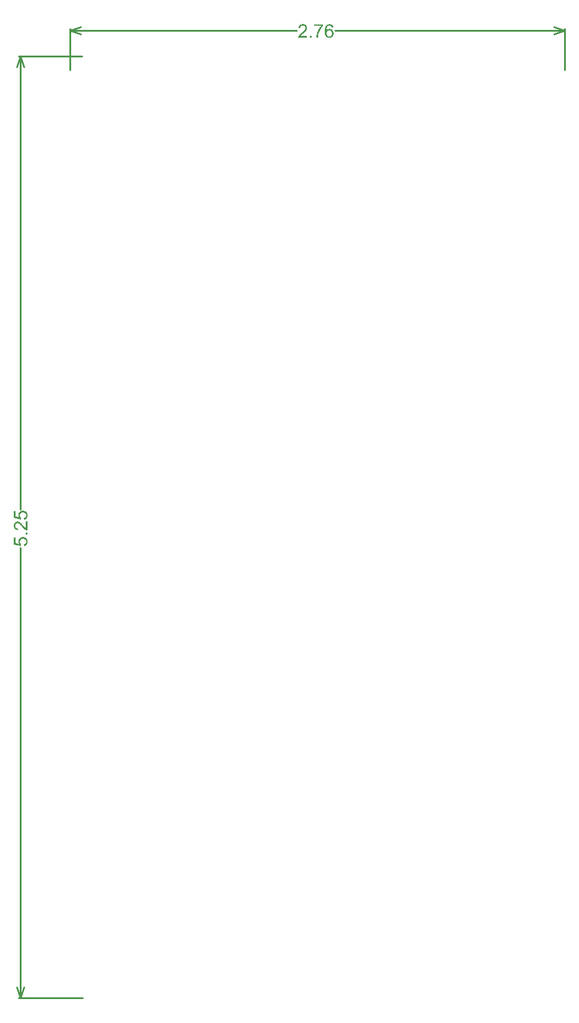
<source format=gbr>
%TF.GenerationSoftware,Altium Limited,Altium Designer,19.1.6 (110)*%
G04 Layer_Color=8388736*
%FSLAX26Y26*%
%MOIN*%
%TF.FileFunction,Other,M2-Board_Dimensions*%
%TF.Part,Single*%
G01*
G75*
%TA.AperFunction,NonConductor*%
%ADD79C,0.010000*%
G36*
X-261288Y2715335D02*
X-260389Y2715223D01*
X-259378Y2715110D01*
X-258141Y2714998D01*
X-256905Y2714661D01*
X-254095Y2713986D01*
X-251172Y2712862D01*
X-249599Y2712188D01*
X-248138Y2711401D01*
X-246676Y2710502D01*
X-245215Y2709378D01*
X-245103Y2709265D01*
X-244878Y2709041D01*
X-244428Y2708591D01*
X-243754Y2708029D01*
X-243080Y2707355D01*
X-242293Y2706456D01*
X-241506Y2705444D01*
X-240719Y2704207D01*
X-239820Y2702859D01*
X-239033Y2701398D01*
X-238246Y2699711D01*
X-237572Y2698026D01*
X-237010Y2696115D01*
X-236560Y2694091D01*
X-236223Y2691843D01*
X-236111Y2689595D01*
Y2688584D01*
X-236223Y2687910D01*
X-236336Y2687010D01*
X-236448Y2685999D01*
X-236560Y2684875D01*
X-236785Y2683638D01*
X-237460Y2680941D01*
X-238584Y2678131D01*
X-239146Y2676669D01*
X-239932Y2675321D01*
X-240832Y2673972D01*
X-241843Y2672735D01*
X-241956Y2672623D01*
X-242068Y2672511D01*
X-242405Y2672173D01*
X-242855Y2671724D01*
X-243417Y2671162D01*
X-244204Y2670600D01*
X-244990Y2670038D01*
X-245890Y2669363D01*
X-247014Y2668689D01*
X-248138Y2668015D01*
X-250723Y2666891D01*
X-253758Y2665879D01*
X-255444Y2665542D01*
X-257242Y2665317D01*
X-257916Y2675096D01*
X-257804D01*
X-257579D01*
X-257242Y2675208D01*
X-256792Y2675321D01*
X-255444Y2675658D01*
X-253982Y2676108D01*
X-252184Y2676782D01*
X-250386Y2677569D01*
X-248700Y2678693D01*
X-247238Y2680041D01*
X-247126Y2680266D01*
X-246676Y2680716D01*
X-246114Y2681615D01*
X-245552Y2682739D01*
X-244878Y2684088D01*
X-244316Y2685774D01*
X-243866Y2687572D01*
X-243754Y2689595D01*
Y2690270D01*
X-243866Y2690720D01*
X-243979Y2691956D01*
X-244428Y2693530D01*
X-244990Y2695328D01*
X-245890Y2697239D01*
X-247126Y2699149D01*
X-247913Y2700049D01*
X-248812Y2700948D01*
X-248924D01*
X-249037Y2701173D01*
X-249374Y2701398D01*
X-249711Y2701622D01*
X-250835Y2702409D01*
X-252409Y2703308D01*
X-254320Y2704095D01*
X-256568Y2704882D01*
X-259265Y2705331D01*
X-262188Y2705556D01*
X-262300D01*
X-262525D01*
X-262974D01*
X-263536Y2705444D01*
X-264211D01*
X-264998Y2705331D01*
X-266796Y2704994D01*
X-268819Y2704432D01*
X-270842Y2703646D01*
X-272866Y2702521D01*
X-274776Y2701060D01*
X-275001Y2700836D01*
X-275451Y2700273D01*
X-276238Y2699262D01*
X-277137Y2697913D01*
X-277924Y2696340D01*
X-278710Y2694316D01*
X-279160Y2691956D01*
X-279385Y2689371D01*
Y2688584D01*
X-279272Y2687797D01*
X-279160Y2686673D01*
X-278823Y2685437D01*
X-278486Y2684088D01*
X-277924Y2682627D01*
X-277249Y2681278D01*
X-277137Y2681166D01*
X-276912Y2680716D01*
X-276350Y2680041D01*
X-275788Y2679255D01*
X-275001Y2678356D01*
X-274102Y2677456D01*
X-272978Y2676557D01*
X-271854Y2675770D01*
X-273090Y2667003D01*
X-311981Y2674309D01*
Y2711851D01*
X-303101D01*
Y2681727D01*
X-282757Y2677681D01*
X-282869Y2677794D01*
X-282982Y2678018D01*
X-283206Y2678356D01*
X-283544Y2678805D01*
X-283881Y2679479D01*
X-284330Y2680154D01*
X-285230Y2681952D01*
X-286016Y2684088D01*
X-286803Y2686561D01*
X-287365Y2689146D01*
X-287590Y2690495D01*
Y2692855D01*
X-287478Y2693530D01*
X-287365Y2694316D01*
X-287253Y2695328D01*
X-287028Y2696452D01*
X-286691Y2697688D01*
X-285904Y2700273D01*
X-285342Y2701622D01*
X-284668Y2703084D01*
X-283881Y2704545D01*
X-282869Y2705894D01*
X-281858Y2707242D01*
X-280621Y2708591D01*
X-280509Y2708704D01*
X-280284Y2708928D01*
X-279947Y2709265D01*
X-279385Y2709715D01*
X-278710Y2710165D01*
X-277924Y2710727D01*
X-276912Y2711401D01*
X-275900Y2712075D01*
X-274664Y2712637D01*
X-273315Y2713312D01*
X-271854Y2713874D01*
X-270280Y2714436D01*
X-268594Y2714773D01*
X-266796Y2715110D01*
X-264998Y2715335D01*
X-262974Y2715448D01*
X-262862D01*
X-262525D01*
X-261963D01*
X-261288Y2715335D01*
D02*
G37*
G36*
X-237347Y2605296D02*
X-237460D01*
X-237909D01*
X-238584D01*
X-239370Y2605408D01*
X-240382Y2605520D01*
X-241394Y2605633D01*
X-242630Y2605970D01*
X-243754Y2606307D01*
X-243866D01*
X-243979Y2606419D01*
X-244653Y2606644D01*
X-245665Y2607094D01*
X-246901Y2607768D01*
X-248475Y2608668D01*
X-250161Y2609679D01*
X-251959Y2610916D01*
X-253758Y2612377D01*
X-253870D01*
X-253982Y2612602D01*
X-254657Y2613164D01*
X-255668Y2614175D01*
X-257017Y2615524D01*
X-258703Y2617210D01*
X-260726Y2619345D01*
X-262862Y2621818D01*
X-265222Y2624628D01*
X-265335Y2624741D01*
X-265672Y2625190D01*
X-266234Y2625752D01*
X-266908Y2626651D01*
X-267695Y2627663D01*
X-268707Y2628787D01*
X-271067Y2631260D01*
X-273540Y2634070D01*
X-276238Y2636767D01*
X-277586Y2638116D01*
X-278823Y2639240D01*
X-280059Y2640364D01*
X-281183Y2641264D01*
X-281296D01*
X-281408Y2641488D01*
X-281745Y2641713D01*
X-282195Y2641938D01*
X-283319Y2642612D01*
X-284780Y2643512D01*
X-286578Y2644298D01*
X-288489Y2644973D01*
X-290400Y2645422D01*
X-292423Y2645647D01*
X-292536D01*
X-292648D01*
X-293322Y2645535D01*
X-294334Y2645422D01*
X-295683Y2645198D01*
X-297144Y2644635D01*
X-298718Y2643961D01*
X-300291Y2642950D01*
X-301752Y2641601D01*
X-301865Y2641376D01*
X-302314Y2640926D01*
X-302989Y2640027D01*
X-303663Y2638903D01*
X-304338Y2637329D01*
X-305012Y2635644D01*
X-305462Y2633620D01*
X-305574Y2631372D01*
Y2630698D01*
X-305462Y2630248D01*
X-305349Y2629012D01*
X-305012Y2627551D01*
X-304562Y2625752D01*
X-303776Y2623954D01*
X-302764Y2622155D01*
X-301415Y2620582D01*
X-301190Y2620470D01*
X-300628Y2620020D01*
X-299729Y2619345D01*
X-298493Y2618671D01*
X-296919Y2617884D01*
X-295008Y2617322D01*
X-292760Y2616873D01*
X-290288Y2616648D01*
X-291299Y2607094D01*
X-291412D01*
X-291749D01*
X-292311Y2607206D01*
X-293098Y2607319D01*
X-293997Y2607544D01*
X-295008Y2607768D01*
X-297369Y2608330D01*
X-299954Y2609229D01*
X-302652Y2610578D01*
X-304000Y2611365D01*
X-305237Y2612264D01*
X-306473Y2613276D01*
X-307597Y2614400D01*
X-307710Y2614512D01*
X-307822Y2614737D01*
X-308159Y2615074D01*
X-308496Y2615524D01*
X-308946Y2616198D01*
X-309396Y2616985D01*
X-309845Y2617884D01*
X-310407Y2619008D01*
X-310969Y2620132D01*
X-311419Y2621369D01*
X-311868Y2622830D01*
X-312318Y2624403D01*
X-312655Y2625977D01*
X-312992Y2627776D01*
X-313105Y2629574D01*
X-313217Y2631597D01*
Y2632609D01*
X-313105Y2633396D01*
X-312992Y2634295D01*
X-312880Y2635419D01*
X-312768Y2636543D01*
X-312430Y2637892D01*
X-311756Y2640589D01*
X-310632Y2643512D01*
X-309958Y2644860D01*
X-309171Y2646209D01*
X-308272Y2647558D01*
X-307148Y2648794D01*
X-307035Y2648907D01*
X-306923Y2649019D01*
X-306586Y2649356D01*
X-306024Y2649806D01*
X-305462Y2650256D01*
X-304787Y2650818D01*
X-303888Y2651380D01*
X-302989Y2652054D01*
X-300853Y2653178D01*
X-298268Y2654189D01*
X-296919Y2654639D01*
X-295346Y2654976D01*
X-293884Y2655089D01*
X-292198Y2655201D01*
X-291974D01*
X-291412D01*
X-290512Y2655089D01*
X-289388Y2654976D01*
X-287927Y2654751D01*
X-286466Y2654414D01*
X-284892Y2653965D01*
X-283206Y2653290D01*
X-282982Y2653178D01*
X-282420Y2652953D01*
X-281633Y2652503D01*
X-280509Y2651829D01*
X-279048Y2650930D01*
X-277474Y2649918D01*
X-275788Y2648570D01*
X-273990Y2647108D01*
X-273765Y2646883D01*
X-273090Y2646322D01*
X-272641Y2645872D01*
X-271966Y2645198D01*
X-271292Y2644523D01*
X-270505Y2643736D01*
X-269606Y2642837D01*
X-268594Y2641713D01*
X-267583Y2640589D01*
X-266346Y2639240D01*
X-265110Y2637892D01*
X-263761Y2636318D01*
X-262300Y2634632D01*
X-260726Y2632834D01*
X-260614Y2632721D01*
X-260389Y2632496D01*
X-260052Y2632047D01*
X-259602Y2631485D01*
X-258366Y2630136D01*
X-256905Y2628338D01*
X-255331Y2626539D01*
X-253758Y2624853D01*
X-252296Y2623280D01*
X-251734Y2622718D01*
X-251172Y2622155D01*
X-251060Y2622043D01*
X-250723Y2621818D01*
X-250273Y2621369D01*
X-249599Y2620807D01*
X-248924Y2620132D01*
X-248025Y2619458D01*
X-246227Y2618222D01*
Y2655314D01*
X-237347D01*
Y2605296D01*
D02*
G37*
G36*
Y2582366D02*
X-247913D01*
Y2592932D01*
X-237347D01*
Y2582366D01*
D02*
G37*
G36*
X-261288Y2568428D02*
X-260389Y2568316D01*
X-259378Y2568204D01*
X-258141Y2568091D01*
X-256905Y2567754D01*
X-254095Y2567079D01*
X-251172Y2565956D01*
X-249599Y2565281D01*
X-248138Y2564494D01*
X-246676Y2563595D01*
X-245215Y2562471D01*
X-245103Y2562359D01*
X-244878Y2562134D01*
X-244428Y2561684D01*
X-243754Y2561122D01*
X-243080Y2560448D01*
X-242293Y2559549D01*
X-241506Y2558537D01*
X-240719Y2557301D01*
X-239820Y2555952D01*
X-239033Y2554491D01*
X-238246Y2552805D01*
X-237572Y2551119D01*
X-237010Y2549208D01*
X-236560Y2547185D01*
X-236223Y2544937D01*
X-236111Y2542689D01*
Y2541677D01*
X-236223Y2541003D01*
X-236336Y2540104D01*
X-236448Y2539092D01*
X-236560Y2537968D01*
X-236785Y2536731D01*
X-237460Y2534034D01*
X-238584Y2531224D01*
X-239146Y2529763D01*
X-239932Y2528414D01*
X-240832Y2527065D01*
X-241843Y2525829D01*
X-241956Y2525716D01*
X-242068Y2525604D01*
X-242405Y2525267D01*
X-242855Y2524817D01*
X-243417Y2524255D01*
X-244204Y2523693D01*
X-244990Y2523131D01*
X-245890Y2522457D01*
X-247014Y2521782D01*
X-248138Y2521108D01*
X-250723Y2519984D01*
X-253758Y2518972D01*
X-255444Y2518635D01*
X-257242Y2518410D01*
X-257916Y2528189D01*
X-257804D01*
X-257579D01*
X-257242Y2528302D01*
X-256792Y2528414D01*
X-255444Y2528751D01*
X-253982Y2529201D01*
X-252184Y2529875D01*
X-250386Y2530662D01*
X-248700Y2531786D01*
X-247238Y2533135D01*
X-247126Y2533360D01*
X-246676Y2533809D01*
X-246114Y2534708D01*
X-245552Y2535832D01*
X-244878Y2537181D01*
X-244316Y2538867D01*
X-243866Y2540666D01*
X-243754Y2542689D01*
Y2543363D01*
X-243866Y2543813D01*
X-243979Y2545049D01*
X-244428Y2546623D01*
X-244990Y2548421D01*
X-245890Y2550332D01*
X-247126Y2552243D01*
X-247913Y2553142D01*
X-248812Y2554041D01*
X-248924D01*
X-249037Y2554266D01*
X-249374Y2554491D01*
X-249711Y2554715D01*
X-250835Y2555502D01*
X-252409Y2556401D01*
X-254320Y2557188D01*
X-256568Y2557975D01*
X-259265Y2558425D01*
X-262188Y2558649D01*
X-262300D01*
X-262525D01*
X-262974D01*
X-263536Y2558537D01*
X-264211D01*
X-264998Y2558425D01*
X-266796Y2558088D01*
X-268819Y2557526D01*
X-270842Y2556739D01*
X-272866Y2555615D01*
X-274776Y2554153D01*
X-275001Y2553929D01*
X-275451Y2553367D01*
X-276238Y2552355D01*
X-277137Y2551006D01*
X-277924Y2549433D01*
X-278710Y2547410D01*
X-279160Y2545049D01*
X-279385Y2542464D01*
Y2541677D01*
X-279272Y2540890D01*
X-279160Y2539766D01*
X-278823Y2538530D01*
X-278486Y2537181D01*
X-277924Y2535720D01*
X-277249Y2534371D01*
X-277137Y2534259D01*
X-276912Y2533809D01*
X-276350Y2533135D01*
X-275788Y2532348D01*
X-275001Y2531449D01*
X-274102Y2530550D01*
X-272978Y2529650D01*
X-271854Y2528863D01*
X-273090Y2520096D01*
X-311981Y2527402D01*
Y2564944D01*
X-303101D01*
Y2534821D01*
X-282757Y2530774D01*
X-282869Y2530887D01*
X-282982Y2531111D01*
X-283206Y2531449D01*
X-283544Y2531898D01*
X-283881Y2532573D01*
X-284330Y2533247D01*
X-285230Y2535046D01*
X-286016Y2537181D01*
X-286803Y2539654D01*
X-287365Y2542239D01*
X-287590Y2543588D01*
Y2545948D01*
X-287478Y2546623D01*
X-287365Y2547410D01*
X-287253Y2548421D01*
X-287028Y2549545D01*
X-286691Y2550782D01*
X-285904Y2553367D01*
X-285342Y2554715D01*
X-284668Y2556177D01*
X-283881Y2557638D01*
X-282869Y2558987D01*
X-281858Y2560336D01*
X-280621Y2561684D01*
X-280509Y2561797D01*
X-280284Y2562021D01*
X-279947Y2562359D01*
X-279385Y2562808D01*
X-278710Y2563258D01*
X-277924Y2563820D01*
X-276912Y2564494D01*
X-275900Y2565169D01*
X-274664Y2565731D01*
X-273315Y2566405D01*
X-271854Y2566967D01*
X-270280Y2567529D01*
X-268594Y2567866D01*
X-266796Y2568204D01*
X-264998Y2568428D01*
X-262974Y2568541D01*
X-262862D01*
X-262525D01*
X-261963D01*
X-261288Y2568428D01*
D02*
G37*
G36*
X1447690Y5428105D02*
X1448477D01*
X1449376Y5427992D01*
X1451399Y5427543D01*
X1453760Y5426981D01*
X1456232Y5426082D01*
X1458593Y5424845D01*
X1459717Y5424058D01*
X1460841Y5423159D01*
X1460953D01*
X1461066Y5422934D01*
X1461403Y5422597D01*
X1461740Y5422260D01*
X1462752Y5421136D01*
X1463876Y5419562D01*
X1465112Y5417539D01*
X1466236Y5415179D01*
X1467135Y5412481D01*
X1467810Y5409334D01*
X1458593Y5408660D01*
Y5408772D01*
X1458480Y5408884D01*
X1458368Y5409559D01*
X1458031Y5410458D01*
X1457694Y5411694D01*
X1457132Y5412931D01*
X1456457Y5414280D01*
X1455783Y5415516D01*
X1454996Y5416528D01*
X1454771Y5416752D01*
X1454322Y5417202D01*
X1453535Y5417764D01*
X1452411Y5418551D01*
X1451062Y5419338D01*
X1449488Y5419900D01*
X1447690Y5420349D01*
X1445667Y5420574D01*
X1444880D01*
X1444093Y5420462D01*
X1442969Y5420237D01*
X1441733Y5420012D01*
X1440496Y5419562D01*
X1439148Y5418888D01*
X1437799Y5418101D01*
X1437574Y5417989D01*
X1437124Y5417539D01*
X1436225Y5416752D01*
X1435326Y5415741D01*
X1434202Y5414392D01*
X1432966Y5412706D01*
X1431842Y5410795D01*
X1430830Y5408660D01*
Y5408547D01*
X1430718Y5408435D01*
X1430605Y5407985D01*
X1430380Y5407536D01*
X1430268Y5406861D01*
X1430043Y5406187D01*
X1429818Y5405288D01*
X1429594Y5404164D01*
X1429256Y5403040D01*
X1429032Y5401691D01*
X1428807Y5400342D01*
X1428694Y5398768D01*
X1428470Y5397082D01*
X1428357Y5395284D01*
X1428245Y5393261D01*
Y5391350D01*
X1428357Y5391462D01*
X1428807Y5392024D01*
X1429481Y5392924D01*
X1430493Y5394048D01*
X1431617Y5395284D01*
X1433078Y5396520D01*
X1434652Y5397757D01*
X1436338Y5398768D01*
X1436450D01*
X1436562Y5398881D01*
X1437237Y5399218D01*
X1438136Y5399555D01*
X1439485Y5400117D01*
X1441058Y5400567D01*
X1442744Y5400904D01*
X1444655Y5401241D01*
X1446566Y5401354D01*
X1447465D01*
X1448140Y5401241D01*
X1448926Y5401129D01*
X1449826Y5401016D01*
X1452074Y5400454D01*
X1454546Y5399668D01*
X1455895Y5399106D01*
X1457244Y5398431D01*
X1458480Y5397644D01*
X1459829Y5396745D01*
X1461178Y5395734D01*
X1462414Y5394497D01*
X1462527Y5394385D01*
X1462752Y5394160D01*
X1462976Y5393823D01*
X1463426Y5393261D01*
X1463988Y5392586D01*
X1464550Y5391800D01*
X1465112Y5390788D01*
X1465786Y5389776D01*
X1466348Y5388540D01*
X1466910Y5387191D01*
X1467472Y5385730D01*
X1468034Y5384156D01*
X1468484Y5382470D01*
X1468709Y5380672D01*
X1468934Y5378874D01*
X1469046Y5376850D01*
Y5376738D01*
Y5376513D01*
Y5376176D01*
Y5375614D01*
X1468934Y5375052D01*
Y5374265D01*
X1468709Y5372579D01*
X1468259Y5370556D01*
X1467697Y5368308D01*
X1466910Y5365948D01*
X1465899Y5363587D01*
Y5363475D01*
X1465786Y5363362D01*
X1465562Y5363025D01*
X1465337Y5362576D01*
X1464662Y5361452D01*
X1463763Y5360103D01*
X1462527Y5358642D01*
X1461066Y5357068D01*
X1459380Y5355607D01*
X1457469Y5354258D01*
X1457356D01*
X1457244Y5354146D01*
X1456907Y5353921D01*
X1456570Y5353808D01*
X1455446Y5353246D01*
X1453984Y5352684D01*
X1452186Y5352122D01*
X1450050Y5351560D01*
X1447802Y5351223D01*
X1445330Y5351111D01*
X1444768D01*
X1444206Y5351223D01*
X1443419D01*
X1442407Y5351336D01*
X1441283Y5351560D01*
X1439934Y5351785D01*
X1438586Y5352122D01*
X1437124Y5352572D01*
X1435551Y5353134D01*
X1433977Y5353808D01*
X1432404Y5354708D01*
X1430830Y5355607D01*
X1429256Y5356731D01*
X1427795Y5358080D01*
X1426334Y5359541D01*
X1426222Y5359653D01*
X1425997Y5359990D01*
X1425660Y5360440D01*
X1425210Y5361227D01*
X1424648Y5362126D01*
X1423974Y5363250D01*
X1423412Y5364711D01*
X1422737Y5366285D01*
X1421950Y5368083D01*
X1421388Y5370106D01*
X1420714Y5372467D01*
X1420152Y5375052D01*
X1419702Y5377750D01*
X1419365Y5380784D01*
X1419140Y5384156D01*
X1419028Y5387641D01*
Y5387753D01*
Y5387866D01*
Y5388203D01*
Y5388652D01*
X1419140Y5389776D01*
Y5391238D01*
X1419253Y5393036D01*
X1419478Y5395059D01*
X1419702Y5397420D01*
X1420040Y5399892D01*
X1420489Y5402478D01*
X1421051Y5405063D01*
X1421613Y5407760D01*
X1422400Y5410346D01*
X1423412Y5412931D01*
X1424423Y5415291D01*
X1425660Y5417539D01*
X1427121Y5419562D01*
X1427233Y5419675D01*
X1427458Y5419900D01*
X1427908Y5420349D01*
X1428470Y5420911D01*
X1429144Y5421586D01*
X1430043Y5422260D01*
X1431055Y5423047D01*
X1432179Y5423946D01*
X1433415Y5424733D01*
X1434876Y5425520D01*
X1436450Y5426194D01*
X1438136Y5426868D01*
X1440047Y5427430D01*
X1441958Y5427880D01*
X1443981Y5428105D01*
X1446229Y5428217D01*
X1447128D01*
X1447690Y5428105D01*
D02*
G37*
G36*
X1410261Y5419787D02*
X1410148Y5419675D01*
X1409924Y5419450D01*
X1409586Y5419000D01*
X1409024Y5418326D01*
X1408350Y5417652D01*
X1407563Y5416640D01*
X1406664Y5415516D01*
X1405765Y5414280D01*
X1404641Y5412931D01*
X1403517Y5411357D01*
X1402393Y5409671D01*
X1401156Y5407873D01*
X1399808Y5405850D01*
X1398571Y5403826D01*
X1397222Y5401578D01*
X1395874Y5399218D01*
X1395761Y5399106D01*
X1395536Y5398656D01*
X1395199Y5397982D01*
X1394750Y5397082D01*
X1394075Y5395846D01*
X1393401Y5394497D01*
X1392614Y5392924D01*
X1391827Y5391238D01*
X1390928Y5389327D01*
X1390029Y5387304D01*
X1389130Y5385168D01*
X1388230Y5382808D01*
X1386432Y5378087D01*
X1384858Y5373141D01*
Y5373029D01*
X1384746Y5372692D01*
X1384634Y5372242D01*
X1384409Y5371455D01*
X1384184Y5370556D01*
X1383959Y5369544D01*
X1383622Y5368308D01*
X1383397Y5366959D01*
X1383060Y5365498D01*
X1382723Y5363924D01*
X1382161Y5360328D01*
X1381711Y5356506D01*
X1381374Y5352347D01*
X1371820D01*
Y5352460D01*
Y5352797D01*
Y5353246D01*
X1371932Y5353921D01*
Y5354820D01*
X1372045Y5355832D01*
X1372157Y5357068D01*
X1372270Y5358417D01*
X1372494Y5359878D01*
X1372719Y5361452D01*
X1373056Y5363250D01*
X1373394Y5365161D01*
X1373731Y5367184D01*
X1374180Y5369320D01*
X1375304Y5373816D01*
Y5373928D01*
X1375417Y5374378D01*
X1375642Y5375052D01*
X1375979Y5375951D01*
X1376316Y5377075D01*
X1376653Y5378424D01*
X1377215Y5379998D01*
X1377777Y5381684D01*
X1378452Y5383482D01*
X1379126Y5385393D01*
X1380812Y5389439D01*
X1382723Y5393823D01*
X1384858Y5398206D01*
X1384971Y5398319D01*
X1385196Y5398768D01*
X1385533Y5399330D01*
X1385982Y5400230D01*
X1386544Y5401241D01*
X1387219Y5402365D01*
X1388006Y5403714D01*
X1388905Y5405175D01*
X1390928Y5408210D01*
X1393176Y5411582D01*
X1395761Y5414954D01*
X1398346Y5418101D01*
X1361254D01*
Y5426981D01*
X1410261D01*
Y5419787D01*
D02*
G37*
G36*
X1347092Y5352347D02*
X1336526D01*
Y5362913D01*
X1347092D01*
Y5352347D01*
D02*
G37*
G36*
X1299434Y5428105D02*
X1300334Y5427992D01*
X1301458Y5427880D01*
X1302582Y5427768D01*
X1303930Y5427430D01*
X1306628Y5426756D01*
X1309550Y5425632D01*
X1310899Y5424958D01*
X1312248Y5424171D01*
X1313597Y5423272D01*
X1314833Y5422148D01*
X1314946Y5422035D01*
X1315058Y5421923D01*
X1315395Y5421586D01*
X1315845Y5421024D01*
X1316294Y5420462D01*
X1316856Y5419787D01*
X1317418Y5418888D01*
X1318093Y5417989D01*
X1319217Y5415853D01*
X1320228Y5413268D01*
X1320678Y5411919D01*
X1321015Y5410346D01*
X1321128Y5408884D01*
X1321240Y5407198D01*
Y5406974D01*
Y5406412D01*
X1321128Y5405512D01*
X1321015Y5404388D01*
X1320790Y5402927D01*
X1320453Y5401466D01*
X1320004Y5399892D01*
X1319329Y5398206D01*
X1319217Y5397982D01*
X1318992Y5397420D01*
X1318542Y5396633D01*
X1317868Y5395509D01*
X1316969Y5394048D01*
X1315957Y5392474D01*
X1314608Y5390788D01*
X1313147Y5388990D01*
X1312922Y5388765D01*
X1312360Y5388090D01*
X1311911Y5387641D01*
X1311236Y5386966D01*
X1310562Y5386292D01*
X1309775Y5385505D01*
X1308876Y5384606D01*
X1307752Y5383594D01*
X1306628Y5382583D01*
X1305279Y5381346D01*
X1303930Y5380110D01*
X1302357Y5378761D01*
X1300671Y5377300D01*
X1298872Y5375726D01*
X1298760Y5375614D01*
X1298535Y5375389D01*
X1298086Y5375052D01*
X1297524Y5374602D01*
X1296175Y5373366D01*
X1294376Y5371905D01*
X1292578Y5370331D01*
X1290892Y5368758D01*
X1289318Y5367296D01*
X1288756Y5366734D01*
X1288194Y5366172D01*
X1288082Y5366060D01*
X1287857Y5365723D01*
X1287408Y5365273D01*
X1286846Y5364599D01*
X1286171Y5363924D01*
X1285497Y5363025D01*
X1284260Y5361227D01*
X1321352D01*
Y5352347D01*
X1271334D01*
Y5352460D01*
Y5352909D01*
Y5353584D01*
X1271447Y5354370D01*
X1271559Y5355382D01*
X1271672Y5356394D01*
X1272009Y5357630D01*
X1272346Y5358754D01*
Y5358866D01*
X1272458Y5358979D01*
X1272683Y5359653D01*
X1273133Y5360665D01*
X1273807Y5361901D01*
X1274706Y5363475D01*
X1275718Y5365161D01*
X1276954Y5366959D01*
X1278416Y5368758D01*
Y5368870D01*
X1278640Y5368982D01*
X1279202Y5369657D01*
X1280214Y5370668D01*
X1281563Y5372017D01*
X1283249Y5373703D01*
X1285384Y5375726D01*
X1287857Y5377862D01*
X1290667Y5380222D01*
X1290780Y5380335D01*
X1291229Y5380672D01*
X1291791Y5381234D01*
X1292690Y5381908D01*
X1293702Y5382695D01*
X1294826Y5383707D01*
X1297299Y5386067D01*
X1300109Y5388540D01*
X1302806Y5391238D01*
X1304155Y5392586D01*
X1305279Y5393823D01*
X1306403Y5395059D01*
X1307302Y5396183D01*
Y5396296D01*
X1307527Y5396408D01*
X1307752Y5396745D01*
X1307977Y5397195D01*
X1308651Y5398319D01*
X1309550Y5399780D01*
X1310337Y5401578D01*
X1311012Y5403489D01*
X1311461Y5405400D01*
X1311686Y5407423D01*
Y5407536D01*
Y5407648D01*
X1311574Y5408322D01*
X1311461Y5409334D01*
X1311236Y5410683D01*
X1310674Y5412144D01*
X1310000Y5413718D01*
X1308988Y5415291D01*
X1307640Y5416752D01*
X1307415Y5416865D01*
X1306965Y5417314D01*
X1306066Y5417989D01*
X1304942Y5418663D01*
X1303368Y5419338D01*
X1301682Y5420012D01*
X1299659Y5420462D01*
X1297411Y5420574D01*
X1296737D01*
X1296287Y5420462D01*
X1295051Y5420349D01*
X1293590Y5420012D01*
X1291791Y5419562D01*
X1289993Y5418776D01*
X1288194Y5417764D01*
X1286621Y5416415D01*
X1286508Y5416190D01*
X1286059Y5415628D01*
X1285384Y5414729D01*
X1284710Y5413493D01*
X1283923Y5411919D01*
X1283361Y5410008D01*
X1282912Y5407760D01*
X1282687Y5405288D01*
X1273133Y5406299D01*
Y5406412D01*
Y5406749D01*
X1273245Y5407311D01*
X1273358Y5408098D01*
X1273582Y5408997D01*
X1273807Y5410008D01*
X1274369Y5412369D01*
X1275268Y5414954D01*
X1276617Y5417652D01*
X1277404Y5419000D01*
X1278303Y5420237D01*
X1279315Y5421473D01*
X1280439Y5422597D01*
X1280551Y5422710D01*
X1280776Y5422822D01*
X1281113Y5423159D01*
X1281563Y5423496D01*
X1282237Y5423946D01*
X1283024Y5424396D01*
X1283923Y5424845D01*
X1285047Y5425407D01*
X1286171Y5425969D01*
X1287408Y5426419D01*
X1288869Y5426868D01*
X1290442Y5427318D01*
X1292016Y5427655D01*
X1293814Y5427992D01*
X1295613Y5428105D01*
X1297636Y5428217D01*
X1298648D01*
X1299434Y5428105D01*
D02*
G37*
%LPC*%
G36*
X1444768Y5393148D02*
X1444206D01*
X1443756Y5393036D01*
X1442520Y5392924D01*
X1441058Y5392586D01*
X1439372Y5392024D01*
X1437574Y5391238D01*
X1435776Y5390114D01*
X1434090Y5388540D01*
X1433865Y5388315D01*
X1433415Y5387753D01*
X1432741Y5386742D01*
X1431954Y5385393D01*
X1431055Y5383707D01*
X1430380Y5381684D01*
X1429931Y5379436D01*
X1429706Y5376850D01*
Y5376626D01*
Y5376064D01*
X1429818Y5375052D01*
X1429931Y5373928D01*
X1430156Y5372467D01*
X1430605Y5370893D01*
X1431055Y5369320D01*
X1431729Y5367634D01*
X1431842Y5367409D01*
X1432066Y5366959D01*
X1432516Y5366172D01*
X1433190Y5365161D01*
X1433977Y5364037D01*
X1434989Y5363025D01*
X1436113Y5361901D01*
X1437349Y5361002D01*
X1437574Y5360890D01*
X1438024Y5360665D01*
X1438698Y5360328D01*
X1439710Y5359878D01*
X1440834Y5359428D01*
X1442182Y5359091D01*
X1443644Y5358866D01*
X1445105Y5358754D01*
X1445667D01*
X1446116Y5358866D01*
X1447240Y5358979D01*
X1448589Y5359316D01*
X1450163Y5359878D01*
X1451849Y5360777D01*
X1453647Y5361901D01*
X1455221Y5363475D01*
X1455446Y5363700D01*
X1455895Y5364374D01*
X1456570Y5365386D01*
X1457356Y5366847D01*
X1458143Y5368645D01*
X1458818Y5370893D01*
X1459267Y5373366D01*
X1459492Y5376288D01*
Y5376401D01*
Y5376626D01*
Y5377075D01*
X1459380Y5377525D01*
Y5378199D01*
X1459267Y5378986D01*
X1458930Y5380784D01*
X1458480Y5382695D01*
X1457694Y5384718D01*
X1456682Y5386742D01*
X1455333Y5388540D01*
X1455108Y5388765D01*
X1454546Y5389214D01*
X1453647Y5390001D01*
X1452411Y5390900D01*
X1450950Y5391687D01*
X1449151Y5392474D01*
X1447016Y5392924D01*
X1444768Y5393148D01*
D02*
G37*
%LPD*%
D79*
X-295900Y60000D02*
X-275900Y0D01*
X-255900Y60000D01*
X-275900Y5249606D02*
X-255900Y5189606D01*
X-295900D02*
X-275900Y5249606D01*
Y0D02*
Y2510536D01*
Y2723322D02*
Y5249606D01*
X-285900Y0D02*
X68739D01*
X-285900Y5249606D02*
X66771D01*
X-1Y5390900D02*
X59999Y5410900D01*
X-1Y5390900D02*
X59999Y5370900D01*
X2695905D02*
X2755905Y5390900D01*
X2695905Y5410900D02*
X2755905Y5390900D01*
X-1D02*
X1263460D01*
X1476920D02*
X2755905D01*
X-1Y5170866D02*
Y5400900D01*
X2755905Y5170866D02*
Y5400900D01*
%TF.MD5,ab75d0bab2e4069d524baeff0ad99b7a*%
M02*

</source>
